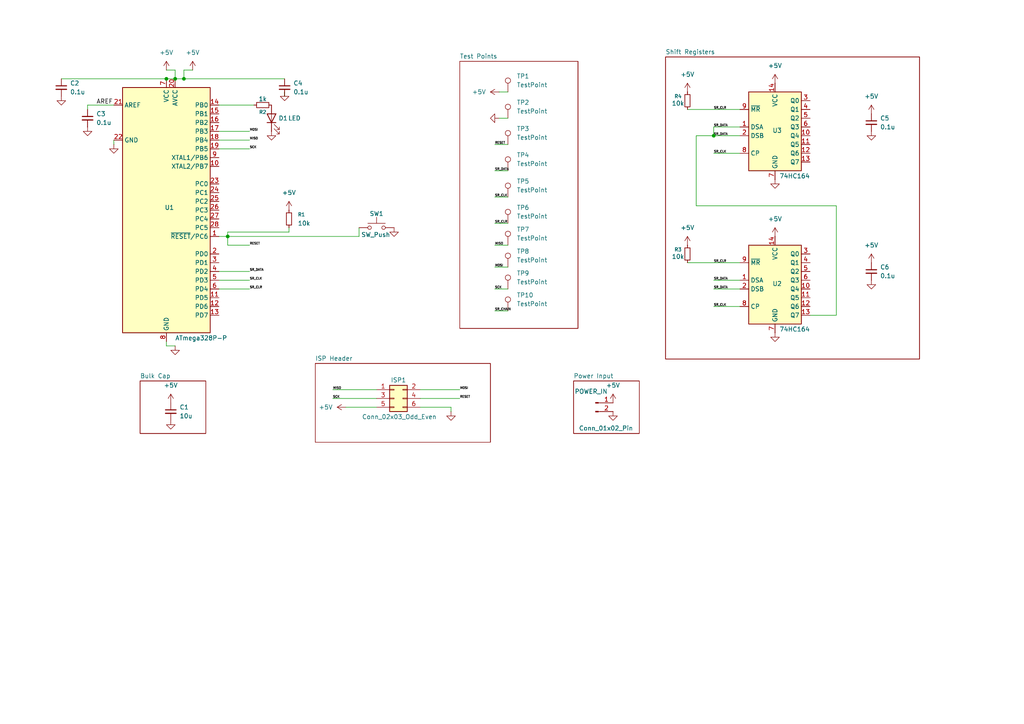
<source format=kicad_sch>
(kicad_sch (version 20250114) (generator "eeschema") (generator_version "9.0")
  (paper "A4")
  (lib_symbols
    (symbol "74xx:74HC164"
      (property "Reference" "U" (at 1.905 -13.97 0))
      (property "Value" "74HC164" (at 1.905 -16.51 0))
      (symbol "74HC164_0_1"
        (rectangle (start 7.62 10.16) (end -7.62 -12.7) (stroke (width 0.254)) (fill (type background)))
      )
      (symbol "74HC164_1_1"
        (pin input line (at -10.16 5.08 0) (length 2.54) (name "~{MR}") (number "9"))
        (pin input line (at -10.16 0 0) (length 2.54) (name "DSA") (number "1"))
        (pin input line (at -10.16 -2.54 0) (length 2.54) (name "DSB") (number "2"))
        (pin input line (at -10.16 -7.62 0) (length 2.54) (name "CP") (number "8"))
        (pin power_in line (at 0 12.7 270) (length 2.54) (name "VCC") (number "14"))
        (pin power_in line (at 0 -15.24 90) (length 2.54) (name "GND") (number "7"))
        (pin output line (at 10.16 7.62 180) (length 2.54) (name "Q0") (number "3"))
        (pin output line (at 10.16 5.08 180) (length 2.54) (name "Q1") (number "4"))
        (pin output line (at 10.16 2.54 180) (length 2.54) (name "Q2") (number "5"))
        (pin output line (at 10.16 0 180) (length 2.54) (name "Q3") (number "6"))
        (pin output line (at 10.16 -2.54 180) (length 2.54) (name "Q4") (number "10"))
        (pin output line (at 10.16 -5.08 180) (length 2.54) (name "Q5") (number "11"))
        (pin output line (at 10.16 -7.62 180) (length 2.54) (name "Q6") (number "12"))
        (pin output line (at 10.16 -10.16 180) (length 2.54) (name "Q7") (number "13"))
      )
    )
    (symbol "Connector:Conn_01x02_Pin" (pin_names (offset 1.016) (hide yes))
      (property "Reference" "J" (at 0 2.54 0))
      (property "Value" "Conn_01x02_Pin" (at 0 -5.08 0))
      (symbol "Conn_01x02_Pin_1_1"
        (rectangle (start 0.8636 0.127) (end 0 -0.127) (stroke (width 0.1524)) (fill (type outline)))
        (rectangle (start 0.8636 -2.413) (end 0 -2.667) (stroke (width 0.1524)) (fill (type outline)))
        (polyline (pts (xy 1.27 0) (xy 0.8636 0)) (stroke (width 0.1524)))
        (polyline (pts (xy 1.27 -2.54) (xy 0.8636 -2.54)) (stroke (width 0.1524)))
        (pin passive line (at 5.08 0 180) (length 3.81) (name "Pin_1") (number "1"))
        (pin passive line (at 5.08 -2.54 180) (length 3.81) (name "Pin_2") (number "2"))
      )
    )
    (symbol "Connector:TestPoint" (pin_numbers (hide yes)) (pin_names (offset 0.762) (hide yes))
      (property "Reference" "TP" (at 0 6.858 0))
      (property "Value" "TestPoint" (at 0 5.08 0))
      (symbol "TestPoint_0_1"
        (circle (center 0 3.302) (radius 0.762))
      )
      (symbol "TestPoint_1_1"
        (pin passive line (at 0 0 90) (length 2.54) (name "1") (number "1"))
      )
    )
    (symbol "Connector_Generic:Conn_02x03_Odd_Even" (pin_names (offset 1.016) (hide yes))
      (property "Reference" "J" (at 1.27 5.08 0))
      (property "Value" "Conn_02x03_Odd_Even" (at 1.27 -5.08 0))
      (symbol "Conn_02x03_Odd_Even_1_1"
        (rectangle (start -1.27 3.81) (end 3.81 -3.81) (stroke (width 0.254)) (fill (type background)))
        (rectangle (start -1.27 2.667) (end 0 2.413) (stroke (width 0.1524)))
        (rectangle (start -1.27 0.127) (end 0 -0.127) (stroke (width 0.1524)))
        (rectangle (start -1.27 -2.413) (end 0 -2.667) (stroke (width 0.1524)))
        (rectangle (start 3.81 2.667) (end 2.54 2.413) (stroke (width 0.1524)))
        (rectangle (start 3.81 0.127) (end 2.54 -0.127) (stroke (width 0.1524)))
        (rectangle (start 3.81 -2.413) (end 2.54 -2.667) (stroke (width 0.1524)))
        (pin passive line (at -5.08 2.54 0) (length 3.81) (name "Pin_1") (number "1"))
        (pin passive line (at -5.08 0 0) (length 3.81) (name "Pin_3") (number "3"))
        (pin passive line (at -5.08 -2.54 0) (length 3.81) (name "Pin_5") (number "5"))
        (pin passive line (at 7.62 2.54 180) (length 3.81) (name "Pin_2") (number "2"))
        (pin passive line (at 7.62 0 180) (length 3.81) (name "Pin_4") (number "4"))
        (pin passive line (at 7.62 -2.54 180) (length 3.81) (name "Pin_6") (number "6"))
      )
    )
    (symbol "Device:C_Small" (pin_numbers (hide yes)) (pin_names (offset 0.254) (hide yes))
      (property "Reference" "C" (at 0.254 1.778 0))
      (property "Value" "C_Small" (at 0.254 -2.032 0))
      (symbol "C_Small_0_1"
        (polyline (pts (xy -1.524 0.508) (xy 1.524 0.508)) (stroke (width 0.3048)))
        (polyline (pts (xy -1.524 -0.508) (xy 1.524 -0.508)) (stroke (width 0.3302)))
      )
      (symbol "C_Small_1_1"
        (pin passive line (at 0 2.54 270) (length 2.032) (name "~") (number "1"))
        (pin passive line (at 0 -2.54 90) (length 2.032) (name "~") (number "2"))
      )
    )
    (symbol "Device:LED" (pin_numbers (hide yes)) (pin_names (offset 1.016) (hide yes))
      (property "Reference" "D" (at 0 2.54 0))
      (property "Value" "LED" (at 0 -2.54 0))
      (symbol "LED_0_1"
        (polyline (pts (xy -3.048 -0.762) (xy -4.572 -2.286) (xy -3.81 -2.286) (xy -4.572 -2.286) (xy -4.572 -1.524)))
        (polyline (pts (xy -1.778 -0.762) (xy -3.302 -2.286) (xy -2.54 -2.286) (xy -3.302 -2.286) (xy -3.302 -1.524)))
        (polyline (pts (xy -1.27 0) (xy 1.27 0)))
        (polyline (pts (xy -1.27 -1.27) (xy -1.27 1.27)) (stroke (width 0.254)))
        (polyline (pts (xy 1.27 -1.27) (xy 1.27 1.27) (xy -1.27 0) (xy 1.27 -1.27)) (stroke (width 0.254)))
      )
      (symbol "LED_1_1"
        (pin passive line (at -3.81 0 0) (length 2.54) (name "K") (number "1"))
        (pin passive line (at 3.81 0 180) (length 2.54) (name "A") (number "2"))
      )
    )
    (symbol "Device:R_Small" (pin_numbers (hide yes)) (pin_names (offset 0.254) (hide yes))
      (property "Reference" "R" (at 0 0 90))
      (property "Value" "R_Small" (at 1.778 0 90))
      (symbol "R_Small_0_1"
        (rectangle (start -0.762 1.778) (end 0.762 -1.778) (stroke (width 0.2032)))
      )
      (symbol "R_Small_1_1"
        (pin passive line (at 0 2.54 270) (length 0.762) (name "~") (number "1"))
        (pin passive line (at 0 -2.54 90) (length 0.762) (name "~") (number "2"))
      )
    )
    (symbol "MCU_Microchip_ATmega:ATmega328P-P"
      (property "Reference" "U1" (at -21.59 36.9002 0))
      (property "Value" "ATmega328P-P" (at -21.59 34.3602 0))
      (symbol "ATmega328P-P_0_1"
        (rectangle (start -12.7 -35.56) (end 12.7 35.56) (stroke (width 0.254)) (fill (type background)))
      )
      (symbol "ATmega328P-P_1_1"
        (pin passive line (at -15.24 30.48 0) (length 2.54) (name "AREF") (number "21"))
        (pin power_in line (at -15.24 20.32 0) (length 2.54) (name "GND") (number "22"))
        (pin power_in line (at 0 38.1 270) (length 2.54) (name "VCC") (number "7"))
        (pin power_in line (at 0 -38.1 90) (length 2.54) (name "GND") (number "8"))
        (pin power_in line (at 2.54 38.1 270) (length 2.54) (name "AVCC") (number "20"))
        (pin bidirectional line (at 15.24 30.48 180) (length 2.54) (name "PB0") (number "14"))
        (pin bidirectional line (at 15.24 27.94 180) (length 2.54) (name "PB1") (number "15"))
        (pin bidirectional line (at 15.24 25.4 180) (length 2.54) (name "PB2") (number "16"))
        (pin bidirectional line (at 15.24 22.86 180) (length 2.54) (name "PB3") (number "17"))
        (pin bidirectional line (at 15.24 20.32 180) (length 2.54) (name "PB4") (number "18"))
        (pin bidirectional line (at 15.24 17.78 180) (length 2.54) (name "PB5") (number "19"))
        (pin bidirectional line (at 15.24 15.24 180) (length 2.54) (name "XTAL1/PB6") (number "9"))
        (pin bidirectional line (at 15.24 12.7 180) (length 2.54) (name "XTAL2/PB7") (number "10"))
        (pin bidirectional line (at 15.24 7.62 180) (length 2.54) (name "PC0") (number "23"))
        (pin bidirectional line (at 15.24 5.08 180) (length 2.54) (name "PC1") (number "24"))
        (pin bidirectional line (at 15.24 2.54 180) (length 2.54) (name "PC2") (number "25"))
        (pin bidirectional line (at 15.24 0 180) (length 2.54) (name "PC3") (number "26"))
        (pin bidirectional line (at 15.24 -2.54 180) (length 2.54) (name "PC4") (number "27"))
        (pin bidirectional line (at 15.24 -5.08 180) (length 2.54) (name "PC5") (number "28"))
        (pin bidirectional line (at 15.24 -7.62 180) (length 2.54) (name "~{RESET}/PC6") (number "1"))
        (pin bidirectional line (at 15.24 -12.7 180) (length 2.54) (name "PD0") (number "2"))
        (pin bidirectional line (at 15.24 -15.24 180) (length 2.54) (name "PD1") (number "3"))
        (pin bidirectional line (at 15.24 -17.78 180) (length 2.54) (name "PD2") (number "4"))
        (pin bidirectional line (at 15.24 -20.32 180) (length 2.54) (name "PD3") (number "5"))
        (pin bidirectional line (at 15.24 -22.86 180) (length 2.54) (name "PD4") (number "6"))
        (pin bidirectional line (at 15.24 -25.4 180) (length 2.54) (name "PD5") (number "11"))
        (pin bidirectional line (at 15.24 -27.94 180) (length 2.54) (name "PD6") (number "12"))
        (pin bidirectional line (at 15.24 -30.48 180) (length 2.54) (name "PD7") (number "13"))
      )
    )
    (symbol "Switch:SW_Push" (pin_numbers (hide yes)) (pin_names (offset 1.016) (hide yes))
      (property "Reference" "SW" (at 1.27 2.54 0))
      (property "Value" "SW_Push" (at 0 -1.524 0))
      (symbol "SW_Push_0_1"
        (circle (center -2.032 0) (radius 0.508))
        (polyline (pts (xy 0 1.27) (xy 0 3.048)))
        (circle (center 2.032 0) (radius 0.508))
        (polyline (pts (xy 2.54 1.27) (xy -2.54 1.27)))
        (pin passive line (at -5.08 0 0) (length 2.54) (name "1") (number "1"))
        (pin passive line (at 5.08 0 180) (length 2.54) (name "2") (number "2"))
      )
    )
    (symbol "power:+5V" (power) (pin_numbers (hide yes)) (pin_names (offset 0) (hide yes))
      (property "Value" "+5V" (at 0 3.556 0))
      (symbol "+5V_0_1"
        (polyline (pts (xy -0.762 1.27) (xy 0 2.54)))
        (polyline (pts (xy 0 2.54) (xy 0.762 1.27)))
        (polyline (pts (xy 0 0) (xy 0 2.54)))
      )
      (symbol "+5V_1_1"
        (pin power_in line (at 0 0 90) (length 0) (name "~") (number "1"))
      )
    )
    (symbol "power:GND" (power) (pin_numbers (hide yes)) (pin_names (offset 0) (hide yes))
      (property "Value" "GND" (at 0 -3.81 0))
      (symbol "GND_0_1"
        (polyline (pts (xy 0 0) (xy 0 -1.27) (xy 1.27 -1.27) (xy 0 -2.54) (xy -1.27 -1.27) (xy 0 -1.27)))
      )
      (symbol "GND_1_1"
        (pin power_in line (at 0 0 270) (length 0) (name "~") (number "1"))
      )
    )
  )
  (junction (at 48.26 22.86))
  (junction (at 66.04 68.58))
  (junction (at 53.34 22.86))
  (junction (at 207.01 39.37))
  (junction (at 50.8 22.86))
  (wire (pts (xy 48.26 20.32) (xy 50.8 20.32)))
  (wire (pts (xy 63.5 81.28) (xy 72.39 81.28)))
  (wire (pts (xy 55.88 20.32) (xy 53.34 20.32)))
  (wire (pts (xy 96.52 113.03) (xy 109.22 113.03)))
  (wire (pts (xy 66.04 67.31) (xy 66.04 68.58)))
  (wire (pts (xy 25.4 31.75) (xy 25.4 30.48)))
  (wire (pts (xy 82.55 26.67) (xy 82.55 27.94)))
  (wire (pts (xy 242.57 91.44) (xy 242.57 59.69)))
  (wire (pts (xy 63.5 83.82) (xy 72.39 83.82)))
  (wire (pts (xy 242.57 59.69) (xy 201.93 59.69)))
  (wire (pts (xy 104.14 66.04) (xy 104.14 68.58)))
  (wire (pts (xy 48.26 99.06) (xy 48.26 100.33)))
  (wire (pts (xy 201.93 39.37) (xy 207.01 39.37)))
  (wire (pts (xy 100.33 118.11) (xy 109.22 118.11)))
  (wire (pts (xy 66.04 67.31) (xy 83.82 67.31)))
  (wire (pts (xy 96.52 115.57) (xy 109.22 115.57)))
  (wire (pts (xy 207.01 83.82) (xy 214.63 83.82)))
  (wire (pts (xy 143.51 57.15) (xy 147.32 57.15)))
  (wire (pts (xy 66.04 68.58) (xy 104.14 68.58)))
  (wire (pts (xy 63.5 68.58) (xy 66.04 68.58)))
  (wire (pts (xy 121.92 115.57) (xy 133.35 115.57)))
  (wire (pts (xy 50.8 22.86) (xy 53.34 22.86)))
  (wire (pts (xy 234.95 91.44) (xy 242.57 91.44)))
  (wire (pts (xy 144.78 34.29) (xy 147.32 34.29)))
  (wire (pts (xy 50.8 20.32) (xy 50.8 22.86)))
  (wire (pts (xy 48.26 22.86) (xy 50.8 22.86)))
  (wire (pts (xy 199.39 76.2) (xy 214.63 76.2)))
  (wire (pts (xy 63.5 40.64) (xy 72.39 40.64)))
  (wire (pts (xy 201.93 59.69) (xy 201.93 39.37)))
  (wire (pts (xy 207.01 88.9) (xy 214.63 88.9)))
  (wire (pts (xy 63.5 30.48) (xy 73.66 30.48)))
  (wire (pts (xy 207.01 39.37) (xy 207.01 36.83)))
  (wire (pts (xy 143.51 71.12) (xy 147.32 71.12)))
  (wire (pts (xy 143.51 41.91) (xy 147.32 41.91)))
  (wire (pts (xy 63.5 43.18) (xy 72.39 43.18)))
  (wire (pts (xy 66.04 68.58) (xy 66.04 71.12)))
  (wire (pts (xy 143.51 90.17) (xy 147.32 90.17)))
  (wire (pts (xy 207.01 39.37) (xy 214.63 39.37)))
  (wire (pts (xy 53.34 20.32) (xy 53.34 22.86)))
  (wire (pts (xy 63.5 78.74) (xy 72.39 78.74)))
  (wire (pts (xy 130.81 118.11) (xy 130.81 119.38)))
  (wire (pts (xy 83.82 66.04) (xy 83.82 67.31)))
  (wire (pts (xy 48.26 100.33) (xy 50.8 100.33)))
  (wire (pts (xy 25.4 30.48) (xy 33.02 30.48)))
  (wire (pts (xy 144.78 26.67) (xy 147.32 26.67)))
  (wire (pts (xy 121.92 113.03) (xy 133.35 113.03)))
  (wire (pts (xy 121.92 118.11) (xy 130.81 118.11)))
  (wire (pts (xy 207.01 81.28) (xy 214.63 81.28)))
  (wire (pts (xy 199.39 31.75) (xy 214.63 31.75)))
  (wire (pts (xy 143.51 83.82) (xy 147.32 83.82)))
  (wire (pts (xy 17.78 22.86) (xy 48.26 22.86)))
  (wire (pts (xy 66.04 71.12) (xy 72.39 71.12)))
  (wire (pts (xy 207.01 36.83) (xy 214.63 36.83)))
  (wire (pts (xy 143.51 77.47) (xy 147.32 77.47)))
  (wire (pts (xy 207.01 44.45) (xy 214.63 44.45)))
  (wire (pts (xy 143.51 64.77) (xy 147.32 64.77)))
  (wire (pts (xy 63.5 38.1) (xy 72.39 38.1)))
  (wire (pts (xy 53.34 22.86) (xy 82.55 22.86)))
  (wire (pts (xy 143.51 49.53) (xy 147.32 49.53)))
  (wire (pts (xy 33.02 41.91) (xy 33.02 40.64)))
  (label "SR_CLK" (at 143.51 57.15 0) (effects (font (size 0.635 0.635))))
  (label "SR_CLR" (at 143.51 64.77 0) (effects (font (size 0.635 0.635))))
  (label "SR_CLK" (at 207.01 88.9 0) (effects (font (size 0.635 0.635))))
  (label "SR_CLR" (at 207.01 76.2 0) (effects (font (size 0.635 0.635))))
  (label "SCK" (at 96.52 115.57 0) (effects (font (size 0.635 0.635))))
  (label "MOSI" (at 143.51 77.47 0) (effects (font (size 0.635 0.635))))
  (label "MOSI" (at 72.39 38.1 0) (effects (font (size 0.635 0.635))))
  (label "SR_CHAIN" (at 143.51 90.17 0) (effects (font (size 0.635 0.635))))
  (label "SR_DATA" (at 143.51 49.53 0) (effects (font (size 0.635 0.635))))
  (label "SR_DATA" (at 207.01 39.37 0) (effects (font (size 0.635 0.635))))
  (label "SR_CLR" (at 72.39 83.82 0) (effects (font (size 0.635 0.635))))
  (label "SR_DATA" (at 207.01 81.28 0) (effects (font (size 0.635 0.635))))
  (label "RESET" (at 143.51 41.91 0) (effects (font (size 0.635 0.635))))
  (label "MOSI" (at 133.35 113.03 0) (effects (font (size 0.635 0.635))))
  (label "MISO" (at 143.51 71.12 0) (effects (font (size 0.635 0.635))))
  (label "SR_CLK" (at 72.39 81.28 0) (effects (font (size 0.635 0.635))))
  (label "SCK" (at 72.39 43.18 0) (effects (font (size 0.635 0.635))))
  (label "SR_DATA" (at 207.01 36.83 0) (effects (font (size 0.635 0.635))))
  (label "RESET" (at 133.35 115.57 0) (effects (font (size 0.635 0.635))))
  (label "MISO" (at 96.52 113.03 0) (effects (font (size 0.635 0.635))))
  (label "SR_CLK" (at 207.01 44.45 0) (effects (font (size 0.635 0.635))))
  (label "MISO" (at 72.39 40.64 0) (effects (font (size 0.635 0.635))))
  (label "SR_CLR" (at 207.01 31.75 0) (effects (font (size 0.635 0.635))))
  (label "RESET" (at 72.39 71.12 0) (effects (font (size 0.635 0.635))))
  (label "SR_DATA" (at 207.01 83.82 0) (effects (font (size 0.635 0.635))))
  (label "SR_DATA" (at 72.39 78.74 0) (effects (font (size 0.635 0.635))))
  (label "AREF" (at 27.94 30.48 0))
  (label "SCK" (at 143.51 83.82 0) (effects (font (size 0.635 0.635))))
  (symbol (lib_id "Connector:TestPoint") (at 147.32 49.53 0) (unit 1)
    (property "Reference" "TP4" (at 149.86 44.9579 0) (effects (justify left)))
    (property "Value" "TestPoint" (at 149.86 47.4979 0) (effects (justify left)))
    (property "Description" "test point" (effects (hide yes)))
  )
  (symbol (lib_id "power:GND") (at 177.8 119.38 0) (unit 1)
    (property "Reference" "#PWR026" (effects (hide yes)))
    (property "Value" "GND" (effects (hide yes)))
    (property "Description" "Power symbol creates a global label with name \"GND\" , ground" (effects (hide yes)))
  )
  (symbol (lib_id "Device:R_Small") (at 199.39 73.66 0) (unit 1)
    (property "Reference" "R3" (at 195.58 72.39 0) (effects (font (size 1.016 1.016)) (justify left)))
    (property "Value" "10k" (at 194.818 74.422 0) (effects (justify left)))
    (property "Description" "Resistor, small symbol" (effects (hide yes)))
  )
  (symbol (lib_id "Device:R_Small") (at 199.39 29.21 0) (unit 1)
    (property "Reference" "R4" (at 195.58 27.94 0) (effects (font (size 1.016 1.016)) (justify left)))
    (property "Value" "10k" (at 194.818 29.972 0) (effects (justify left)))
    (property "Description" "Resistor, small symbol" (effects (hide yes)))
  )
  (symbol (lib_id "power:+5V") (at 83.82 60.96 0) (unit 1)
    (property "Reference" "#PWR01" (effects (hide yes)))
    (property "Value" "+5V" (at 83.82 55.88 0))
    (property "Description" "Power symbol creates a global label with name \"+5V\"" (effects (hide yes)))
  )
  (symbol (lib_id "power:+5V") (at 144.78 26.67 90) (unit 1)
    (property "Reference" "#PWR028" (effects (hide yes)))
    (property "Value" "+5V" (at 140.97 26.6699 90) (effects (justify left)))
    (property "Description" "Power symbol creates a global label with name \"+5V\"" (effects (hide yes)))
  )
  (symbol (lib_id "Connector:TestPoint") (at 147.32 57.15 0) (unit 1)
    (property "Reference" "TP5" (at 149.86 52.5779 0) (effects (justify left)))
    (property "Value" "TestPoint" (at 149.86 55.1179 0) (effects (justify left)))
    (property "Description" "test point" (effects (hide yes)))
  )
  (symbol (lib_id "Connector:TestPoint") (at 147.32 83.82 0) (unit 1)
    (property "Reference" "TP9" (at 149.86 79.2479 0) (effects (justify left)))
    (property "Value" "TestPoint" (at 149.86 81.7879 0) (effects (justify left)))
    (property "Description" "test point" (effects (hide yes)))
  )
  (symbol (lib_id "Connector:TestPoint") (at 147.32 90.17 0) (unit 1)
    (property "Reference" "TP10" (at 149.86 85.5979 0) (effects (justify left)))
    (property "Value" "TestPoint" (at 149.86 88.1379 0) (effects (justify left)))
    (property "Description" "test point" (effects (hide yes)))
  )
  (symbol (lib_id "power:GND") (at 252.73 81.28 0) (unit 1)
    (property "Reference" "#PWR019" (effects (hide yes)))
    (property "Value" "GND" (effects (hide yes)))
    (property "Description" "Power symbol creates a global label with name \"GND\" , ground" (effects (hide yes)))
  )
  (symbol (lib_id "power:GND") (at 78.74 38.1 0) (unit 1)
    (property "Reference" "#PWR022" (effects (hide yes)))
    (property "Value" "GND" (effects (hide yes)))
    (property "Description" "Power symbol creates a global label with name \"GND\" , ground" (effects (hide yes)))
  )
  (symbol (lib_id "power:GND") (at 25.4 36.83 0) (unit 1)
    (property "Reference" "#PWR08" (effects (hide yes)))
    (property "Value" "GND" (effects (hide yes)))
    (property "Description" "Power symbol creates a global label with name \"GND\" , ground" (effects (hide yes)))
  )
  (symbol (lib_id "Connector:TestPoint") (at 147.32 34.29 0) (unit 1)
    (property "Reference" "TP2" (at 149.86 29.7179 0) (effects (justify left)))
    (property "Value" "TestPoint" (at 149.86 32.2579 0) (effects (justify left)))
    (property "Description" "test point" (effects (hide yes)))
  )
  (symbol (lib_id "Device:R_Small") (at 83.82 63.5 0) (unit 1)
    (property "Reference" "R1" (at 86.36 62.2299 0) (effects (font (size 1.016 1.016)) (justify left)))
    (property "Value" "10k" (at 86.36 64.7699 0) (effects (justify left)))
    (property "Description" "Resistor, small symbol" (effects (hide yes)))
  )
  (symbol (lib_id "power:GND") (at 114.3 66.04 0) (unit 1)
    (property "Reference" "#PWR02" (effects (hide yes)))
    (property "Value" "GND" (effects (hide yes)))
    (property "Description" "Power symbol creates a global label with name \"GND\" , ground" (effects (hide yes)))
  )
  (symbol (lib_id "power:+5V") (at 48.26 20.32 0) (unit 1)
    (property "Reference" "#PWR013" (effects (hide yes)))
    (property "Value" "+5V" (at 48.26 15.24 0))
    (property "Description" "Power symbol creates a global label with name \"+5V\"" (effects (hide yes)))
  )
  (symbol (lib_id "Device:R_Small") (at 76.2 30.48 90) (unit 1)
    (property "Reference" "R2" (at 76.2 32.512 90) (effects (font (size 1.016 1.016))))
    (property "Value" "1k" (at 76.2 28.702 90))
    (property "Description" "Resistor, small symbol" (effects (hide yes)))
  )
  (symbol (lib_id "power:GND") (at 49.53 121.92 0) (unit 1)
    (property "Reference" "#PWR06" (effects (hide yes)))
    (property "Value" "GND" (effects (hide yes)))
    (property "Description" "Power symbol creates a global label with name \"GND\" , ground" (effects (hide yes)))
  )
  (symbol (lib_id "Connector:Conn_01x02_Pin") (at 172.72 116.84 0) (unit 1)
    (property "Reference" "POWER_IN" (at 171.45 113.538 0))
    (property "Value" "Conn_01x02_Pin" (at 175.768 124.206 0))
    (property "Description" "Generic connector, single row, 01x02, script generated" (effects (hide yes)))
  )
  (symbol (lib_id "power:GND") (at 17.78 27.94 0) (unit 1)
    (property "Reference" "#PWR07" (effects (hide yes)))
    (property "Value" "GND" (effects (hide yes)))
    (property "Description" "Power symbol creates a global label with name \"GND\" , ground" (effects (hide yes)))
  )
  (symbol (lib_id "power:GND") (at 50.8 100.33 0) (unit 1)
    (property "Reference" "#PWR010" (effects (hide yes)))
    (property "Value" "GND" (effects (hide yes)))
    (property "Description" "Power symbol creates a global label with name \"GND\" , ground" (effects (hide yes)))
  )
  (symbol (lib_id "Connector:TestPoint") (at 147.32 71.12 0) (unit 1)
    (property "Reference" "TP7" (at 149.86 66.5479 0) (effects (justify left)))
    (property "Value" "TestPoint" (at 149.86 69.0879 0) (effects (justify left)))
    (property "Description" "test point" (effects (hide yes)))
  )
  (symbol (lib_id "Connector:TestPoint") (at 147.32 64.77 0) (unit 1)
    (property "Reference" "TP6" (at 149.86 60.1979 0) (effects (justify left)))
    (property "Value" "TestPoint" (at 149.86 62.7379 0) (effects (justify left)))
    (property "Description" "test point" (effects (hide yes)))
  )
  (symbol (lib_id "power:+5V") (at 224.79 24.13 0) (unit 1)
    (property "Reference" "#PWR016" (effects (hide yes)))
    (property "Value" "+5V" (at 224.79 19.05 0))
    (property "Description" "Power symbol creates a global label with name \"+5V\"" (effects (hide yes)))
  )
  (symbol (lib_id "power:+5V") (at 177.8 116.84 0) (unit 1)
    (property "Reference" "#PWR025" (effects (hide yes)))
    (property "Value" "+5V" (at 177.8 111.76 0))
    (property "Description" "Power symbol creates a global label with name \"+5V\"" (effects (hide yes)))
  )
  (symbol (lib_id "Connector:TestPoint") (at 147.32 26.67 0) (unit 1)
    (property "Reference" "TP1" (at 149.86 22.0979 0) (effects (justify left)))
    (property "Value" "TestPoint" (at 149.86 24.6379 0) (effects (justify left)))
    (property "Description" "test point" (effects (hide yes)))
  )
  (symbol (lib_id "Switch:SW_Push") (at 109.22 66.04 0) (unit 1)
    (property "Reference" "SW1" (at 109.22 61.976 0))
    (property "Value" "SW_Push" (at 108.966 68.072 0))
    (property "Description" "Push button switch, generic, two pins" (effects (hide yes)))
  )
  (symbol (lib_id "power:GND") (at 33.02 41.91 0) (unit 1)
    (property "Reference" "#PWR09" (effects (hide yes)))
    (property "Value" "GND" (effects (hide yes)))
    (property "Description" "Power symbol creates a global label with name \"GND\" , ground" (effects (hide yes)))
  )
  (symbol (lib_id "power:GND") (at 224.79 96.52 0) (unit 1)
    (property "Reference" "#PWR015" (effects (hide yes)))
    (property "Value" "GND" (effects (hide yes)))
    (property "Description" "Power symbol creates a global label with name \"GND\" , ground" (effects (hide yes)))
  )
  (symbol (lib_id "Device:C_Small") (at 25.4 34.29 0) (unit 1)
    (property "Reference" "C3" (at 27.94 33.0262 0) (effects (justify left)))
    (property "Value" "0.1u" (at 27.94 35.5662 0) (effects (justify left)))
    (property "Description" "Unpolarized capacitor, small symbol" (effects (hide yes)))
  )
  (symbol (lib_id "power:+5V") (at 252.73 33.02 0) (unit 1)
    (property "Reference" "#PWR021" (effects (hide yes)))
    (property "Value" "+5V" (at 252.73 27.94 0))
    (property "Description" "Power symbol creates a global label with name \"+5V\"" (effects (hide yes)))
  )
  (symbol (lib_id "power:GND") (at 144.78 34.29 270) (unit 1)
    (property "Reference" "#PWR027" (effects (hide yes)))
    (property "Value" "GND" (effects (hide yes)))
    (property "Description" "Power symbol creates a global label with name \"GND\" , ground" (effects (hide yes)))
  )
  (symbol (lib_id "power:+5V") (at 49.53 116.84 0) (unit 1)
    (property "Reference" "#PWR05" (effects (hide yes)))
    (property "Value" "+5V" (at 49.53 111.76 0))
    (property "Description" "Power symbol creates a global label with name \"+5V\"" (effects (hide yes)))
  )
  (symbol (lib_id "MCU_Microchip_ATmega:ATmega328P-P") (at 48.26 60.96 0) (unit 1)
    (property "Reference" "U1" (at 47.752 60.198 0) (effects (justify left)))
    (property "Value" "ATmega328P-P" (at 50.8 98.044 0) (effects (justify left)))
    (property "Footprint" "Package_DIP:DIP-28_W7.62mm" (effects (hide yes)))
    (property "Datasheet" "http://ww1.microchip.com/downloads/en/DeviceDoc/ATmega328_P%20AVR%20MCU%20with%20picoPower%20Technology%20Data%20Sheet%2040001984A.pdf" (effects (hide yes)))
    (property "Description" "20MHz, 32kB Flash, 2kB SRAM, 1kB EEPROM, DIP-28" (effects (hide yes)))
  )
  (symbol (lib_id "74xx:74HC164") (at 224.79 36.83 0) (unit 1)
    (property "Reference" "U3" (at 224.028 37.846 0) (effects (justify left)))
    (property "Value" "74HC164" (at 226.06 51.054 0) (effects (justify left)))
    (property "Datasheet" "https://assets.nexperia.com/documents/data-sheet/74HC_HCT164.pdf" (effects (hide yes)))
    (property "Description" "8-bit serial-in parallel-out shift register" (effects (hide yes)))
  )
  (symbol (lib_id "power:GND") (at 224.79 52.07 0) (unit 1)
    (property "Reference" "#PWR017" (effects (hide yes)))
    (property "Value" "GND" (effects (hide yes)))
    (property "Description" "Power symbol creates a global label with name \"GND\" , ground" (effects (hide yes)))
  )
  (symbol (lib_id "power:+5V") (at 199.39 26.67 0) (unit 1)
    (property "Reference" "#PWR024" (effects (hide yes)))
    (property "Value" "+5V" (at 199.39 21.59 0))
    (property "Description" "Power symbol creates a global label with name \"+5V\"" (effects (hide yes)))
  )
  (symbol (lib_id "Device:C_Small") (at 252.73 78.74 0) (unit 1)
    (property "Reference" "C6" (at 255.27 77.4762 0) (effects (justify left)))
    (property "Value" "0.1u" (at 255.27 80.0162 0) (effects (justify left)))
    (property "Description" "Unpolarized capacitor, small symbol" (effects (hide yes)))
  )
  (symbol (lib_id "Device:C_Small") (at 49.53 119.38 0) (unit 1)
    (property "Reference" "C1" (at 52.07 118.1162 0) (effects (justify left)))
    (property "Value" "10u" (at 52.07 120.6562 0) (effects (justify left)))
    (property "Description" "Unpolarized capacitor, small symbol" (effects (hide yes)))
  )
  (symbol (lib_id "power:GND") (at 130.81 119.38 0) (unit 1)
    (property "Reference" "#PWR04" (effects (hide yes)))
    (property "Value" "GND" (effects (hide yes)))
    (property "Description" "Power symbol creates a global label with name \"GND\" , ground" (effects (hide yes)))
  )
  (symbol (lib_id "Device:C_Small") (at 17.78 25.4 0) (unit 1)
    (property "Reference" "C2" (at 20.32 24.1362 0) (effects (justify left)))
    (property "Value" "0.1u" (at 20.32 26.6762 0) (effects (justify left)))
    (property "Description" "Unpolarized capacitor, small symbol" (effects (hide yes)))
  )
  (symbol (lib_id "power:+5V") (at 252.73 76.2 0) (unit 1)
    (property "Reference" "#PWR020" (effects (hide yes)))
    (property "Value" "+5V" (at 252.73 71.12 0))
    (property "Description" "Power symbol creates a global label with name \"+5V\"" (effects (hide yes)))
  )
  (symbol (lib_id "Connector_Generic:Conn_02x03_Odd_Even") (at 114.3 115.57 0) (unit 1)
    (property "Reference" "ISP1" (at 115.57 110.236 0))
    (property "Value" "Conn_02x03_Odd_Even" (at 115.824 120.904 0))
    (property "Description" "Generic connector, double row, 02x03, odd/even pin numbering scheme (row 1 odd numbers, row 2 even numbers), script generated (kicad-library-utils/schlib/autogen/connector/)" (effects (hide yes)))
  )
  (symbol (lib_id "Device:C_Small") (at 82.55 25.4 0) (unit 1)
    (property "Reference" "C4" (at 85.09 24.1362 0) (effects (justify left)))
    (property "Value" "0.1u" (at 85.09 26.6762 0) (effects (justify left)))
    (property "Description" "Unpolarized capacitor, small symbol" (effects (hide yes)))
  )
  (symbol (lib_id "Device:C_Small") (at 252.73 35.56 0) (unit 1)
    (property "Reference" "C5" (at 255.27 34.2962 0) (effects (justify left)))
    (property "Value" "0.1u" (at 255.27 36.8362 0) (effects (justify left)))
    (property "Description" "Unpolarized capacitor, small symbol" (effects (hide yes)))
  )
  (symbol (lib_id "power:+5V") (at 55.88 20.32 0) (unit 1)
    (property "Reference" "#PWR011" (effects (hide yes)))
    (property "Value" "+5V" (at 55.88 15.24 0))
    (property "Description" "Power symbol creates a global label with name \"+5V\"" (effects (hide yes)))
  )
  (symbol (lib_id "power:+5V") (at 224.79 68.58 0) (unit 1)
    (property "Reference" "#PWR014" (effects (hide yes)))
    (property "Value" "+5V" (at 224.79 63.5 0))
    (property "Description" "Power symbol creates a global label with name \"+5V\"" (effects (hide yes)))
  )
  (symbol (lib_id "power:+5V") (at 199.39 71.12 0) (unit 1)
    (property "Reference" "#PWR023" (effects (hide yes)))
    (property "Value" "+5V" (at 199.39 66.04 0))
    (property "Description" "Power symbol creates a global label with name \"+5V\"" (effects (hide yes)))
  )
  (symbol (lib_id "74xx:74HC164") (at 224.79 81.28 0) (unit 1)
    (property "Reference" "U2" (at 224.028 82.296 0) (effects (justify left)))
    (property "Value" "74HC164" (at 226.06 95.504 0) (effects (justify left)))
    (property "Datasheet" "https://assets.nexperia.com/documents/data-sheet/74HC_HCT164.pdf" (effects (hide yes)))
    (property "Description" "8-bit serial-in parallel-out shift register" (effects (hide yes)))
  )
  (symbol (lib_id "Connector:TestPoint") (at 147.32 77.47 0) (unit 1)
    (property "Reference" "TP8" (at 149.86 72.8979 0) (effects (justify left)))
    (property "Value" "TestPoint" (at 149.86 75.4379 0) (effects (justify left)))
    (property "Description" "test point" (effects (hide yes)))
  )
  (symbol (lib_id "Device:LED") (at 78.74 34.29 90) (unit 1)
    (property "Reference" "D1" (at 80.772 34.29 90) (effects (justify right)))
    (property "Value" "LED" (at 83.566 34.29 90) (effects (justify right)))
    (property "Description" "Light emitting diode" (effects (hide yes)))
    (property "Sim.Pins" "1=K 2=A" (effects (hide yes)))
  )
  (symbol (lib_id "power:+5V") (at 100.33 118.11 90) (unit 1)
    (property "Reference" "#PWR03" (effects (hide yes)))
    (property "Value" "+5V" (at 96.52 118.1099 90) (effects (justify left)))
    (property "Description" "Power symbol creates a global label with name \"+5V\"" (effects (hide yes)))
  )
  (symbol (lib_id "power:GND") (at 252.73 38.1 0) (unit 1)
    (property "Reference" "#PWR018" (effects (hide yes)))
    (property "Value" "GND" (effects (hide yes)))
    (property "Description" "Power symbol creates a global label with name \"GND\" , ground" (effects (hide yes)))
  )
  (symbol (lib_id "Connector:TestPoint") (at 147.32 41.91 0) (unit 1)
    (property "Reference" "TP3" (at 149.86 37.3379 0) (effects (justify left)))
    (property "Value" "TestPoint" (at 149.86 39.8779 0) (effects (justify left)))
    (property "Description" "test point" (effects (hide yes)))
  )
  (symbol (lib_id "power:GND") (at 82.55 26.67 0) (unit 1)
    (property "Reference" "#PWR012" (effects (hide yes)))
    (property "Value" "GND" (effects (hide yes)))
    (property "Description" "Power symbol creates a global label with name \"GND\" , ground" (effects (hide yes)))
  )
  (sheet (at 193.04 16.51) (size 73.66 87.63) (stroke (width 0.1524))
    (property "Sheetname" "Shift Registers" (at 193.04 15.7984 0) (effects (justify left bottom)))
    (property "Sheetfile" "EEPROM_PROGRAMER_BulkCap.kicad_sch" (effects (hide yes)))
  )
  (sheet (at 166.37 110.49) (size 19.05 15.24) (stroke (width 0.1524))
    (property "Sheetname" "Power Input" (at 166.37 109.7784 0) (effects (justify left bottom)))
    (property "Sheetfile" "EEPROM_PROGRAMER_BulkCap.kicad_sch" (effects (hide yes)))
  )
  (sheet (at 40.64 110.49) (size 19.05 15.24) (stroke (width 0.1524))
    (property "Sheetname" "Bulk Cap" (at 40.64 109.7784 0) (effects (justify left bottom)))
    (property "Sheetfile" "EEPROM_PROGRAMER_BulkCap.kicad_sch" (effects (hide yes)))
  )
  (sheet (at 133.35 17.78) (size 34.29 77.47) (stroke (width 0.1524))
    (property "Sheetname" "Test Points" (at 133.35 17.0684 0) (effects (justify left bottom)))
    (property "Sheetfile" "EEPROM_PROGRAMER_BulkCap.kicad_sch" (effects (hide yes)))
  )
  (sheet (at 91.44 105.41) (size 50.8 22.86) (stroke (width 0.1524))
    (property "Sheetname" "ISP Header" (at 91.44 104.6984 0) (effects (justify left bottom)))
    (property "Sheetfile" "EEPROM_PROGRAMER_BulkCap.kicad_sch" (effects (hide yes)))
  )
)
</source>
